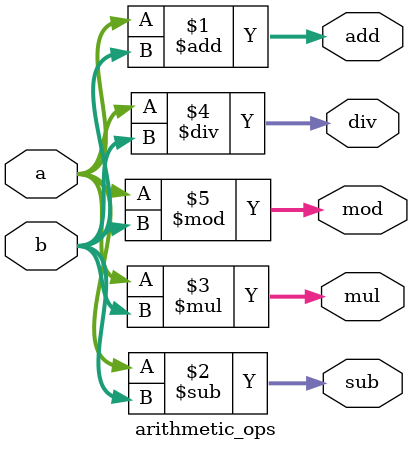
<source format=v>
module arithmetic_ops(
    input  [7:0] a,
    input  [7:0] b,
    output [7:0] add,
    output [7:0] sub,
    output [15:0] mul,
    output [7:0] div,
    output [7:0] mod
);

    assign add = a + b;   // Addition
    assign sub = a - b;   // Subtraction
    assign mul = a * b;   // Multiplication
    assign div = a / b;   // Division
    assign mod = a % b;   // Modulus

endmodule


</source>
